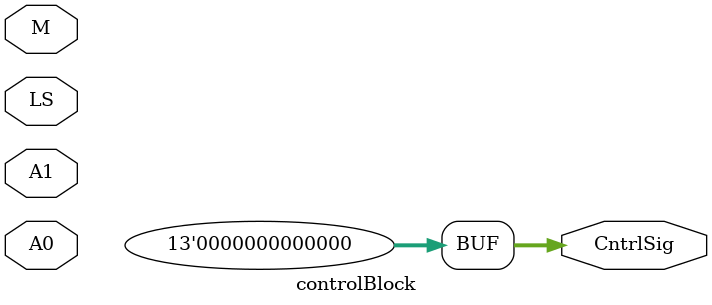
<source format=sv>
module controlBlock(A0,A1,LS,M,CntrlSig);
	input [4:0] A0,A1,LS,M;
	output [12:0] CntrlSig;
	
	assign CntrlSig = 13'd0;
endmodule
</source>
